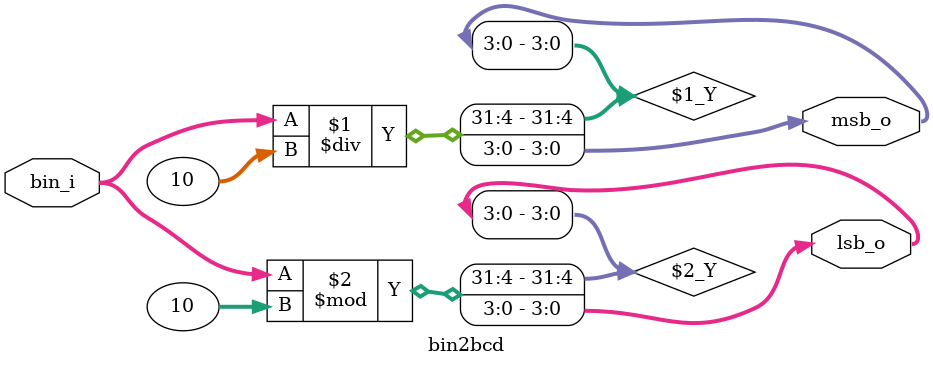
<source format=v>

module bin2bcd
  (
    input  [6:0] bin_i,
    output [3:0] msb_o,
    output [3:0] lsb_o
  );
  assign msb_o = bin_i / 10;
  assign lsb_o = bin_i % 10;
endmodule
</source>
